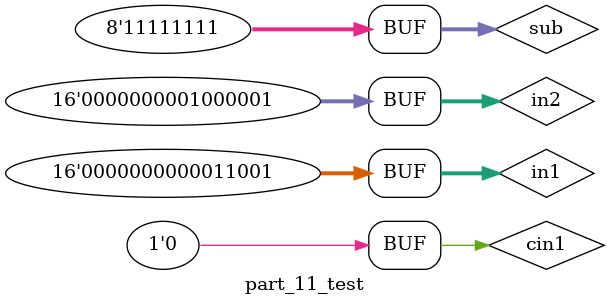
<source format=v>
`timescale 1ns / 1ps


module and_module_test();
    reg in1;
    reg in2;
    
    wire o;
    
    and_module uut(in1,in2,o);
    
    initial begin
    in1=0;  in2=0;   #250;
    in1=0;  in2=1;   #250;
    in1=1;  in2=0;   #250;
    in1=1;  in2=1;   #250;
    end
endmodule

module or_module_test();
    reg in1;
    reg in2;
    
    wire o;
    
    or_module uut(in1,in2,o);
    
    initial begin
    in1=0;  in2=0;   #250;
    in1=0;  in2=1;   #250;
    in1=1;  in2=0;   #250;
    in1=1;  in2=1;   #250;
    end
endmodule

module not_module_test();
    reg in1;
    
    wire o;
    
    not_module uut(in1,o);
    
    initial begin
    in1=0;  #500;
    in1=1;  #500;
    end
endmodule

module nand_module_test();
    reg in1;
    reg in2;
    
    wire o;
    
    nand_module uut(in1,in2,o);
    
    initial begin
    in1=0;  in2=0;   #250;
    in1=0;  in2=1;   #250;
    in1=1;  in2=0;   #250;
    in1=1;  in2=1;   #250;
    end
endmodule

module xor_module_test();
    reg in1;
    reg in2;
    
    wire o;
    
    xor_module uut(in1,in2,o);
    
    initial begin
    in1=0;  in2=0;   #250;
    in1=0;  in2=1;   #250;
    in1=1;  in2=0;   #250;
    in1=1;  in2=1;   #250;
    end
endmodule

module decoder_3to8_module_test();
    reg in1;
    reg in2;
    reg in3;
    
    wire o1,o2,o3,o4,o5,o6,o7,o8;
    
    decoder_3to8_module uut(in1,in2,in3,o1,o2,o3,o4,o5,o6,o7,o8);
    
    initial begin
    in1=0;  in2=0;   in3=0;  #125;
    in1=0;  in2=0;   in3=1;  #125;
    in1=0;  in2=1;   in3=0;  #125;
    in1=0;  in2=1;   in3=1;  #125;
    in1=1;  in2=0;   in3=0;  #125;
    in1=1;  in2=0;   in3=1;  #125;
    in1=1;  in2=1;   in3=0;  #125;
    in1=1;  in2=1;   in3=1;  #125;
    end
endmodule

module prelim_1_d_test();
    reg a;
    reg b;
    reg c;
    reg d;
    wire o;
    prelim_1_d uut(a,b,c,d,o);

    initial begin
    a=0;  b=0;   c=0; d=0; #60;
    a=0;  b=0;   c=1; d=0; #60;
    a=0;  b=1;   c=0; d=0; #60;
    a=0;  b=1;   c=1; d=0; #60;
    a=1;  b=0;   c=0; d=0; #60;
    a=1;  b=0;   c=1; d=0; #60;
    a=1;  b=1;   c=0; d=0; #60;
    a=1;  b=1;   c=1; d=0; #60;
    a=0;  b=0;   c=0; d=1; #60;
    a=0;  b=0;   c=1; d=1; #60;
    a=0;  b=1;   c=0; d=1; #60;
    a=0;  b=1;   c=1; d=1; #60;
    a=1;  b=0;   c=0; d=1; #60;
    a=1;  b=0;   c=1; d=1; #60;
    a=1;  b=1;   c=0; d=1; #60;
    a=1;  b=1;   c=1; d=1; #60;
    end
endmodule


module prelim_1_e_test ();
    reg a;
    reg b;
    reg c;
    reg d;
    wire o;
    prelim_1_e uut(a,b,c,d,o);

    initial begin
    a=0;  b=0;   c=0; d=0; #60;
    a=0;  b=0;   c=1; d=0; #60;
    a=0;  b=1;   c=0; d=0; #60;
    a=0;  b=1;   c=1; d=0; #60;
    a=1;  b=0;   c=0; d=0; #60;
    a=1;  b=0;   c=1; d=0; #60;
    a=1;  b=1;   c=0; d=0; #60;
    a=1;  b=1;   c=1; d=0; #60;
    a=0;  b=0;   c=0; d=1; #60;
    a=0;  b=0;   c=1; d=1; #60;
    a=0;  b=1;   c=0; d=1; #60;
    a=0;  b=1;   c=1; d=1; #60;
    a=1;  b=0;   c=0; d=1; #60;
    a=1;  b=0;   c=1; d=1; #60;
    a=1;  b=1;   c=0; d=1; #60;
    a=1;  b=1;   c=1; d=1; #60;
    end

endmodule

module prelim_1_f_test();

    reg a;
    reg b;
    reg c;
    reg d;
    wire o;
    prelim_1_f uut(a,b,c,d,o);

    initial begin
    a=0;  b=0;   c=0; d=0; #60;
    a=0;  b=0;   c=1; d=0; #60;
    a=0;  b=1;   c=0; d=0; #60;
    a=0;  b=1;   c=1; d=0; #60;
    a=1;  b=0;   c=0; d=0; #60;
    a=1;  b=0;   c=1; d=0; #60;
    a=1;  b=1;   c=0; d=0; #60;
    a=1;  b=1;   c=1; d=0; #60;
    a=0;  b=0;   c=0; d=1; #60;
    a=0;  b=0;   c=1; d=1; #60;
    a=0;  b=1;   c=0; d=1; #60;
    a=0;  b=1;   c=1; d=1; #60;
    a=1;  b=0;   c=0; d=1; #60;
    a=1;  b=0;   c=1; d=1; #60;
    a=1;  b=1;   c=0; d=1; #60;
    a=1;  b=1;   c=1; d=1; #60;
    end

endmodule

module F2_module_test();
    reg a;
    reg b;
    reg c;
    
    wire o;
    
    F2 uut(a,b,c,o);
    
    initial begin
    a=0;  b=0;   c=0;  #125;
    a=0;  b=0;   c=1;  #125;
    a=0;  b=1;   c=0;  #125;
    a=0;  b=1;   c=1;  #125;
    a=1;  b=0;   c=0;  #125;
    a=1;  b=0;   c=1;  #125;
    a=1;  b=1;   c=0;  #125;
    a=1;  b=1;   c=1;  #125;
    end
endmodule


module F3_module_test();
    reg a;
    reg b;
    reg c;
    
    wire o;
    
    F3 uut(a,b,c,o);
    
    initial begin
    a=0;  b=0;   c=0;  #125;
    a=0;  b=0;   c=1;  #125;
    a=0;  b=1;   c=0;  #125;
    a=0;  b=1;   c=1;  #125;
    a=1;  b=0;   c=0;  #125;
    a=1;  b=0;   c=1;  #125;
    a=1;  b=1;   c=0;  #125;
    a=1;  b=1;   c=1;  #125;
    end
endmodule

module bit_halfadder_module_test();
    reg in1;
    reg in2;
    
    wire sum,carry;
    
    bit_halfadder_module uut(in1,in2,sum,carry);
    
    initial begin
    in1=0;  in2=0;   #250;
    in1=0;  in2=1;   #250;
    in1=1;  in2=0;   #250;
    in1=1;  in2=1;   #250;
    end
endmodule

module bit_fulladder_module_test();
    reg in1;
    reg in2;
    reg cin;
    
    wire sum,carry;
    
    bit_fulladder_module uut(in1,in2,cin,sum,carry);
    
    initial begin
    in1=0;  in2=0;   cin=0;  #125;
    in1=0;  in2=0;   cin=1;  #125;
    in1=0;  in2=1;   cin=0;  #125;
    in1=0;  in2=1;   cin=1;  #125;
    in1=1;  in2=0;   cin=0;  #125;
    in1=1;  in2=0;   cin=1;  #125;
    in1=1;  in2=1;   cin=0;  #125;
    in1=1;  in2=1;   cin=1;  #125;
    end
endmodule

module four_bitadder_module_test();
    reg [3:0] in1;
    reg [3:0] in2;
    reg cin1;
    
    wire [3:0] sum;
    wire carry;
    
    four_bitadder_module uut(in1,in2,cin1,sum,carry);
    
    initial begin
    in1=4'd 8;  in2=4'd 1;   cin1=0;  #125;   //8+1
    in1=4'd 2;  in2=4'd 7;   cin1=0;  #125;   //2+7
    in1=4'd 4;  in2=4'd 5;   cin1=0;  #125;   //4+5
    in1=4'd 11; in2=4'd 10;  cin1=0;  #125; //11+10
    in1=4'd 14; in2=4'd 5;   cin1=0;  #125;  //14+5
    in1=4'd 15; in2=4'd 9;   cin1=0;  #125;  //15+9
    in1=4'd 6;  in2=4'd 3;   cin1=0;  #125;   //6+3
    in1=4'd 8;  in2=4'd 12;  cin1=0;  #125;  //8+12
    end
endmodule

module eight_bitadder_module_test();
    reg [7:0] in1;
    reg [7:0] in2;
    reg cin1;
    
    wire [7:0] sum;
    wire carry;
    
    eight_bitadder_module uut(in1,in2,cin1,sum,carry);
    
    initial begin
    in1=8'd 29;  in2=8'd 5;   cin1=0;  #125;   //29+5
    in1=8'd 51;  in2=8'd 92;   cin1=0;  #125;   //51+92
    in1=8'd 17;  in2=8'd 28;   cin1=0;  #125;   //17+28
    in1=8'd 191; in2=8'd 2;  cin1=0;  #125; //191+2
    in1=8'd 200; in2=8'd 95;   cin1=0;  #125;  //200+95
    in1=8'd 49; in2=8'd 25;   cin1=0;  #125;  //49+25
    in1=8'd 78;  in2=8'd 255;   cin1=0;  #125;   //78+255
    in1=8'd 43;  in2=8'd 59;  cin1=0;  #125;  //43+59
    end
endmodule

module mux_8to1_module_test();
    reg in1,in2,in3,in4,in5,in6,in7,in8,s1,s2,s3;
    wire o;
    
    mux_8to1_module uut(in1,in2,in3,in4,in5,in6,in7,in8,s1,s2,s3,o);
    
    initial begin
    in1=1;  in2=1;  in3=0;  in4=1;  in5=0;  in6=1;  in7=0;  in8=1;  s1=0;  s2=0;  s3=0; #250;
    in1=1;  in2=0;  in3=0;  in4=0;  in5=1;  in6=0;  in7=0;  in8=1;  s1=1;  s2=0;  s3=0; #250;
    in1=0;  in2=1;  in3=0;  in4=1;  in5=0;  in6=1;  in7=1;  in8=1;  s1=1;  s2=0;  s3=1; #250;
    in1=0;  in2=0;  in3=0;  in4=1;  in5=1;  in6=0;  in7=1;  in8=1;  s1=1;  s2=1;  s3=1; #250;
    end
endmodule


module sixteen_bit_adder_subs_module_test();
    reg[15:0] in1;
    reg[15:0] in2;
    reg cin1;
    reg [7:0] sub;

    wire [15:0] sum;
    wire carry;

    sixteen_bit_adder_subs_module uut(in1,in2,cin1,sum,carry,sub);
    initial begin
        in1=16'd 23; in2=16'd 3;  cin1=0; sub=8'd 0; #125;
        in1=16'd 21; in2=16'd 75;  cin1=0; sub=8'd0; #125;
        in1=16'd 16800; in2=16'd 16900;  cin1=0; sub=8'd0; #125;
        in1=16'd 6983; in2=16'd 6650;  cin1=0; sub=8'd0; #125;
        in1=16'd 325; in2=16'd 97;  cin1=0; sub=8'd0; #125;
        in1=16'd 44; in2=16'd 190;  cin1=0; sub=8'd0; #125;
        in1=16'd 463; in2=16'd 241;  cin1=0; sub=8'd0; #125;
        in1=16'd 86; in2=16'd 572;  cin1=0; sub=8'd0; #125;
    end



endmodule


module part_11_test();
    reg[15:0] in1;
    reg[15:0] in2;
    reg cin1;
    reg [7:0] sub;

    wire [15:0] sum;
    wire carry;

    part_11 uut(in1,in2,cin1,sum,carry,sub);
    initial begin
        in1=16'd 32; in2=16'd 7;  cin1=0; sub=8'b11111111; #125;
        in1=16'd 21; in2=16'd 85;  cin1=0; sub=8'b11111111; #125;
        in1=16'd 16; in2=16'd 36;  cin1=0; sub=8'b11111111; #125;
        in1=16'd 256; in2=16'd 5;  cin1=0; sub=8'b11111111; #125;
        in1=16'd 200; in2=16'd 95;  cin1=0; sub=8'b11111111; #125;
        in1=16'd 45; in2=16'd 135;  cin1=0; sub=8'b11111111; #125;
        in1=16'd 36; in2=16'd 255;  cin1=0; sub=8'b11111111; #125;
        in1=16'd 25; in2=16'd 65;  cin1=0; sub=8'b11111111; #125;
    end



endmodule


</source>
